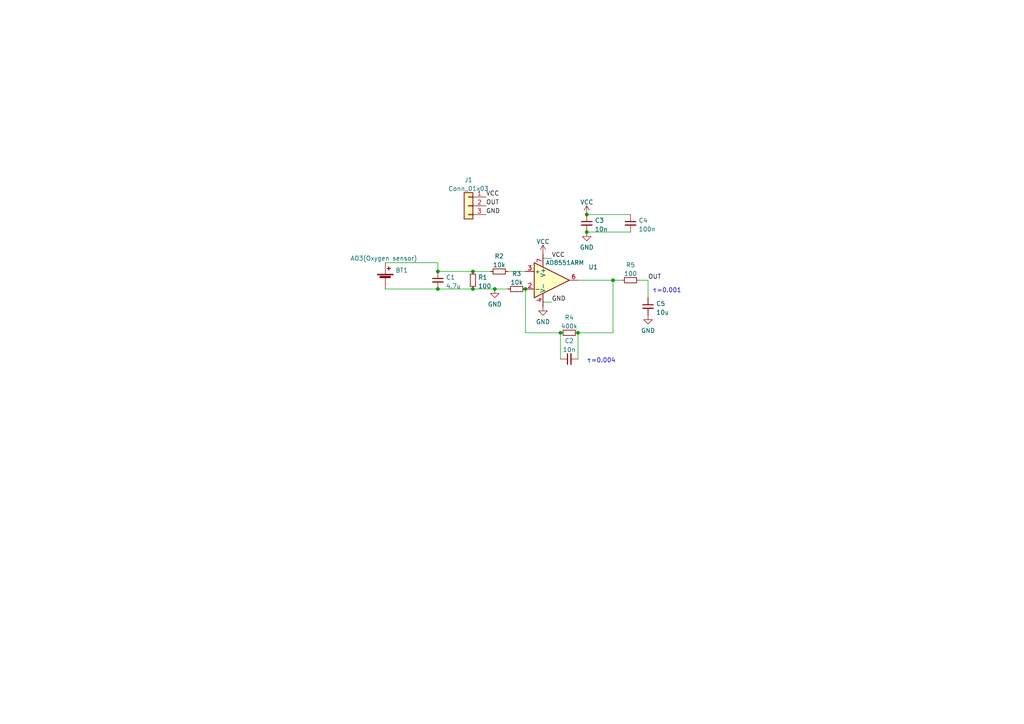
<source format=kicad_sch>
(kicad_sch (version 20211123) (generator eeschema)
  (paper "A4")
  (lib_symbols
    (symbol "Amplifier_Operational:OPA188xxD" (pin_names (offset 0.127))
      (property "Reference" "U" (at 0 6.35 0))
      (property "Value" "OPA188xxD" (at 0 3.81 0))
      (symbol "OPA188xxD_0_1"
        (polyline (pts (xy -5.08 5.08) (xy 5.08 0) (xy -5.08 -5.08) (xy -5.08 5.08)) (stroke (width 0.254)) (fill (type background)))
      )
      (symbol "OPA188xxD_1_1"
        (pin no_connect line (at -2.54 2.54 270) (length 2.54) hide (name "NC") (number "1"))
        (pin input line (at -7.62 -2.54 0) (length 2.54) (name "-") (number "2"))
        (pin input line (at -7.62 2.54 0) (length 2.54) (name "+") (number "3"))
        (pin power_in line (at -2.54 -7.62 90) (length 3.81) (name "V-") (number "4"))
        (pin no_connect line (at 0 2.54 270) (length 2.54) hide (name "NC") (number "5"))
        (pin output line (at 7.62 0 180) (length 2.54) (name "~") (number "6"))
        (pin power_in line (at -2.54 7.62 270) (length 3.81) (name "V+") (number "7"))
        (pin no_connect line (at 0 -2.54 90) (length 2.54) hide (name "NC") (number "8"))
      )
    )
    (symbol "Connector_Generic:Conn_01x03" (pin_names (offset 1.016) hide)
      (property "Reference" "J" (at 0 5.08 0))
      (property "Value" "Conn_01x03" (at 0 -5.08 0))
      (symbol "Conn_01x03_1_1"
        (rectangle (start -1.27 -2.413) (end 0 -2.667) (stroke (width 0.1524)))
        (rectangle (start -1.27 0.127) (end 0 -0.127) (stroke (width 0.1524)))
        (rectangle (start -1.27 2.667) (end 0 2.413) (stroke (width 0.1524)))
        (rectangle (start -1.27 3.81) (end 1.27 -3.81) (stroke (width 0.254)) (fill (type background)))
        (pin passive line (at -5.08 2.54 0) (length 3.81) (name "Pin_1") (number "1"))
        (pin passive line (at -5.08 0 0) (length 3.81) (name "Pin_2") (number "2"))
        (pin passive line (at -5.08 -2.54 0) (length 3.81) (name "Pin_3") (number "3"))
      )
    )
    (symbol "Device:Battery_Cell" (pin_numbers hide) (pin_names (offset 0) hide)
      (property "Reference" "BT" (at 2.54 2.54 0))
      (property "Value" "Battery_Cell" (at 2.54 0 0))
      (symbol "Battery_Cell_0_1"
        (rectangle (start -2.286 1.778) (end 2.286 1.524) (fill (type outline)))
        (rectangle (start -1.5748 1.1938) (end 1.4732 0.6858) (fill (type outline)))
        (polyline (pts (xy 0 0.762) (xy 0 0)))
        (polyline (pts (xy 0 1.778) (xy 0 2.54)))
        (polyline (pts (xy 0.508 3.429) (xy 1.524 3.429)) (stroke (width 0.254)))
        (polyline (pts (xy 1.016 3.937) (xy 1.016 2.921)) (stroke (width 0.254)))
      )
      (symbol "Battery_Cell_1_1"
        (pin passive line (at 0 5.08 270) (length 2.54) (name "+") (number "1"))
        (pin passive line (at 0 -2.54 90) (length 2.54) (name "-") (number "2"))
      )
    )
    (symbol "Device:C_Small" (pin_numbers hide) (pin_names (offset 0.254) hide)
      (property "Reference" "C" (at 0.254 1.778 0))
      (property "Value" "C_Small" (at 0.254 -2.032 0))
      (symbol "C_Small_0_1"
        (polyline (pts (xy -1.524 -0.508) (xy 1.524 -0.508)) (stroke (width 0.3302)))
        (polyline (pts (xy -1.524 0.508) (xy 1.524 0.508)) (stroke (width 0.3048)))
      )
      (symbol "C_Small_1_1"
        (pin passive line (at 0 2.54 270) (length 2.032) (name "~") (number "1"))
        (pin passive line (at 0 -2.54 90) (length 2.032) (name "~") (number "2"))
      )
    )
    (symbol "Device:R_Small" (pin_numbers hide) (pin_names (offset 0.254) hide)
      (property "Reference" "R" (at 0.762 0.508 0))
      (property "Value" "R_Small" (at 0.762 -1.016 0))
      (symbol "R_Small_0_1"
        (rectangle (start -0.762 1.778) (end 0.762 -1.778) (stroke (width 0.2032)))
      )
      (symbol "R_Small_1_1"
        (pin passive line (at 0 2.54 270) (length 0.762) (name "~") (number "1"))
        (pin passive line (at 0 -2.54 90) (length 0.762) (name "~") (number "2"))
      )
    )
    (symbol "power:GND" (power) (pin_names (offset 0))
      (property "Value" "GND" (at 0 -3.81 0))
      (symbol "GND_0_1"
        (polyline (pts (xy 0 0) (xy 0 -1.27) (xy 1.27 -1.27) (xy 0 -2.54) (xy -1.27 -1.27) (xy 0 -1.27)))
      )
      (symbol "GND_1_1"
        (pin power_in line (at 0 0 270) (length 0) hide (name "GND") (number "1"))
      )
    )
    (symbol "power:VCC" (power) (pin_names (offset 0))
      (property "Value" "VCC" (at 0 3.81 0))
      (symbol "VCC_0_1"
        (polyline (pts (xy -0.762 1.27) (xy 0 2.54)))
        (polyline (pts (xy 0 0) (xy 0 2.54)))
        (polyline (pts (xy 0 2.54) (xy 0.762 1.27)))
      )
      (symbol "VCC_1_1"
        (pin power_in line (at 0 0 90) (length 0) hide (name "VCC") (number "1"))
      )
    )
  )
  (junction (at 152.4 83.82))
  (junction (at 143.51 83.82))
  (junction (at 162.56 96.52))
  (junction (at 170.18 62.23))
  (junction (at 177.8 81.28))
  (junction (at 137.16 83.82))
  (junction (at 167.64 96.52))
  (junction (at 137.16 78.74))
  (junction (at 127 78.74))
  (junction (at 127 83.82))
  (junction (at 170.18 67.31))
  (wire (pts (xy 127 83.82) (xy 137.16 83.82)))
  (wire (pts (xy 152.4 96.52) (xy 162.56 96.52)))
  (wire (pts (xy 111.76 83.82) (xy 127 83.82)))
  (wire (pts (xy 167.64 96.52) (xy 177.8 96.52)))
  (wire (pts (xy 137.16 78.74) (xy 142.24 78.74)))
  (wire (pts (xy 147.32 78.74) (xy 152.4 78.74)))
  (wire (pts (xy 152.4 83.82) (xy 152.4 96.52)))
  (wire (pts (xy 157.48 87.63) (xy 160.02 87.63)))
  (wire (pts (xy 187.96 81.28) (xy 185.42 81.28)))
  (wire (pts (xy 157.48 74.93) (xy 160.02 74.93)))
  (wire (pts (xy 127 78.74) (xy 137.16 78.74)))
  (wire (pts (xy 180.34 81.28) (xy 177.8 81.28)))
  (wire (pts (xy 111.76 76.2) (xy 127 76.2)))
  (wire (pts (xy 143.51 83.82) (xy 147.32 83.82)))
  (wire (pts (xy 170.18 67.31) (xy 182.88 67.31)))
  (wire (pts (xy 167.64 81.28) (xy 177.8 81.28)))
  (wire (pts (xy 170.18 62.23) (xy 182.88 62.23)))
  (wire (pts (xy 162.56 96.52) (xy 162.56 104.14)))
  (wire (pts (xy 177.8 96.52) (xy 177.8 81.28)))
  (wire (pts (xy 137.16 83.82) (xy 143.51 83.82)))
  (wire (pts (xy 167.64 96.52) (xy 167.64 104.14)))
  (wire (pts (xy 127 76.2) (xy 127 78.74)))
  (wire (pts (xy 187.96 81.28) (xy 187.96 86.36)))
  (text "τ=0.001" (at 189.23 85.09 0) (effects (font (size 1.27 1.27)) (justify left bottom)))
  (text "τ=0.004" (at 170.18 105.41 0) (effects (font (size 1.27 1.27)) (justify left bottom)))
  (label "OUT" (at 187.96 81.28 0))
  (label "GND" (at 140.97 62.23 0))
  (label "GND" (at 160.02 87.63 0))
  (label "VCC" (at 140.97 57.15 0))
  (label "OUT" (at 140.97 59.69 0))
  (label "VCC" (at 160.02 74.93 0))
  (symbol (lib_id "Device:R_Small") (at 149.86 83.82 90) (unit 1)
    (property "Reference" "R3" (at 149.86 79.3836 90))
    (property "Value" "10k" (at 149.86 81.9205 90))
    (property "Footprint" "Resistor_SMD:R_0402_1005Metric" (effects hide))
  )
  (symbol (lib_id "Device:R_Small") (at 137.16 81.28 180) (unit 1)
    (property "Reference" "R1" (at 138.6586 80.4453 0) (effects (justify right)))
    (property "Value" "100" (at 138.6586 82.9822 0) (effects (justify right)))
    (property "Footprint" "Resistor_SMD:R_0402_1005Metric" (effects hide))
  )
  (symbol (lib_id "power:VCC") (at 170.18 62.23 0) (unit 1)
    (property "Reference" "#PWR0102" (effects hide))
    (property "Value" "VCC" (at 170.18 58.6542 0))
  )
  (symbol (lib_id "Device:C_Small") (at 127 81.28 0) (unit 1)
    (property "Reference" "C1" (at 129.3241 80.4516 0) (effects (justify left)))
    (property "Value" "4.7u" (at 129.3241 82.9885 0) (effects (justify left)))
    (property "Footprint" "Capacitor_SMD:C_0603_1608Metric" (effects hide))
  )
  (symbol (lib_id "Device:R_Small") (at 182.88 81.28 90) (unit 1)
    (property "Reference" "R5" (at 182.88 76.8436 90))
    (property "Value" "100" (at 182.88 79.3805 90))
    (property "Footprint" "Resistor_SMD:R_0402_1005Metric" (effects hide))
  )
  (symbol (lib_id "Device:C_Small") (at 170.18 64.77 0) (unit 1)
    (property "Reference" "C3" (at 172.5041 63.9416 0) (effects (justify left)))
    (property "Value" "10n" (at 172.5041 66.4785 0) (effects (justify left)))
    (property "Footprint" "Capacitor_SMD:C_0402_1005Metric" (effects hide))
  )
  (symbol (lib_id "power:GND") (at 170.18 67.31 0) (unit 1)
    (property "Reference" "#PWR0103" (effects hide))
    (property "Value" "GND" (at 170.18 71.7534 0))
  )
  (symbol (lib_id "Device:C_Small") (at 165.1 104.14 90) (unit 1)
    (property "Reference" "C2" (at 165.1063 98.8781 90))
    (property "Value" "10n" (at 165.1063 101.415 90))
    (property "Footprint" "Capacitor_SMD:C_0402_1005Metric" (effects hide))
  )
  (symbol (lib_id "Device:R_Small") (at 165.1 96.52 90) (unit 1)
    (property "Reference" "R4" (at 165.1 92.0836 90))
    (property "Value" "400k" (at 165.1 94.6205 90))
    (property "Footprint" "Resistor_SMD:R_0402_1005Metric" (effects hide))
  )
  (symbol (lib_id "Device:R_Small") (at 144.78 78.74 90) (unit 1)
    (property "Reference" "R2" (at 144.78 74.3036 90))
    (property "Value" "10k" (at 144.78 76.8405 90))
    (property "Footprint" "Resistor_SMD:R_0402_1005Metric" (effects hide))
  )
  (symbol (lib_id "Device:Battery_Cell") (at 111.76 81.28 0) (unit 1)
    (property "Reference" "BT1" (at 114.681 78.4133 0) (effects (justify left)))
    (property "Value" "AO3(Oxygen sensor)" (at 101.6 74.93 0) (effects (justify left)))
    (property "Footprint" "footprints:AO-03" (effects hide))
  )
  (symbol (lib_id "power:GND") (at 187.96 91.44 0) (unit 1)
    (property "Reference" "#PWR0105" (effects hide))
    (property "Value" "GND" (at 187.96 95.8834 0))
  )
  (symbol (lib_id "power:GND") (at 143.51 83.82 0) (unit 1)
    (property "Reference" "#PWR?" (effects hide))
    (property "Value" "GND" (at 143.51 88.2634 0))
  )
  (symbol (lib_id "Connector_Generic:Conn_01x03") (at 135.89 59.69 0) (mirror y) (unit 1)
    (property "Reference" "J1" (at 135.89 52.1802 0))
    (property "Value" "Conn_01x03" (at 135.89 54.7171 0))
    (property "Footprint" "Connector_PinHeader_2.54mm:PinHeader_1x03_P2.54mm_Vertical" (effects hide))
  )
  (symbol (lib_id "Amplifier_Operational:OPA188xxD") (at 160.02 81.28 0) (unit 1)
    (property "Reference" "U1" (at 172.0495 77.4533 0))
    (property "Value" "AD8551ARM" (at 163.83 76.2 0))
    (property "Footprint" "Package_SO:MSOP-8_3x3mm_P0.65mm" (effects hide))
    (property "Datasheet" "http://www.ti.com/lit/ds/symlink/opa188.pdf" (effects hide))
  )
  (symbol (lib_id "Device:C_Small") (at 187.96 88.9 0) (unit 1)
    (property "Reference" "C5" (at 190.2841 88.0716 0) (effects (justify left)))
    (property "Value" "10u" (at 190.2841 90.6085 0) (effects (justify left)))
    (property "Footprint" "Capacitor_SMD:C_0603_1608Metric" (effects hide))
  )
  (symbol (lib_id "Device:C_Small") (at 182.88 64.77 0) (unit 1)
    (property "Reference" "C4" (at 185.2041 63.9416 0) (effects (justify left)))
    (property "Value" "100n" (at 185.2041 66.4785 0) (effects (justify left)))
    (property "Footprint" "Capacitor_SMD:C_0402_1005Metric" (effects hide))
  )
  (symbol (lib_id "power:GND") (at 157.48 88.9 0) (unit 1)
    (property "Reference" "#PWR0101" (effects hide))
    (property "Value" "GND" (at 157.48 93.3434 0))
  )
  (symbol (lib_id "power:VCC") (at 157.48 73.66 0) (unit 1)
    (property "Reference" "#PWR0104" (effects hide))
    (property "Value" "VCC" (at 157.48 70.0842 0))
  )
)
</source>
